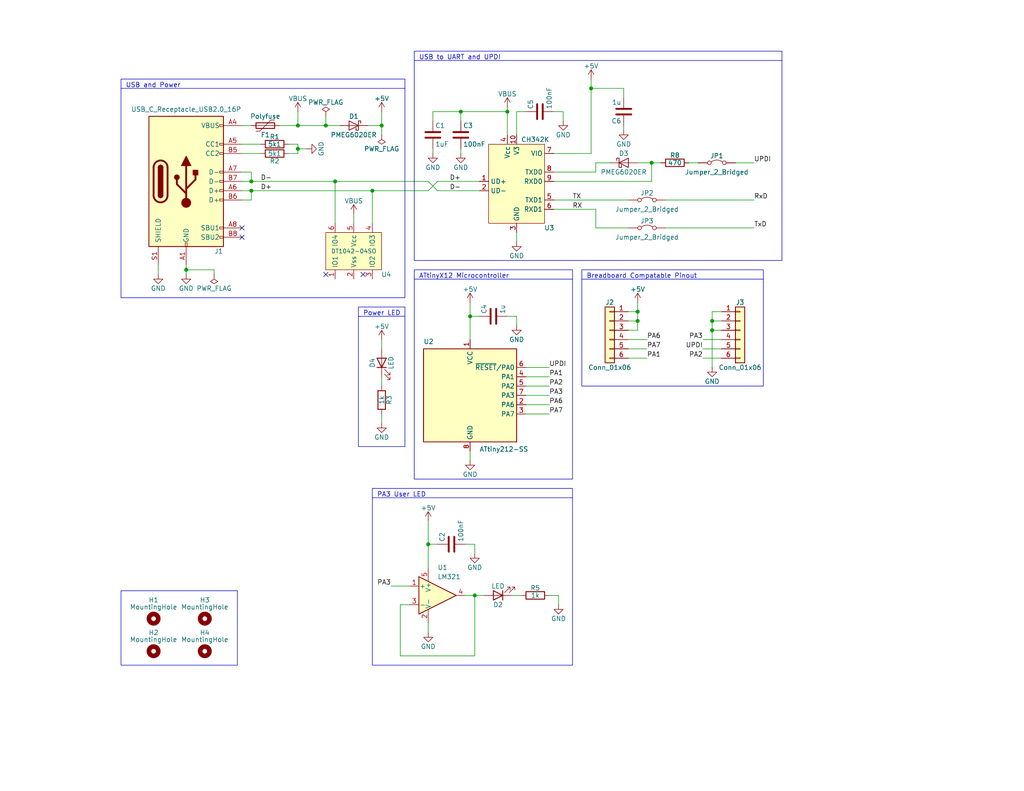
<source format=kicad_sch>
(kicad_sch (version 20231120) (generator "eeschema") (generator_version "8.0")
  (paper "A")
  (title_block (title "ATtinyX12 Development Board") (date "2025-02-08") (company "Perry Leumas"))
  (lib_symbols
    (symbol "+5V_1" (power) (pin_numbers hide) (pin_names (offset 0) hide)
      (property "Value" "+5V" (at 0 3.556 0))
      (symbol "+5V_1_0_1"
        (polyline (pts (xy -0.762 1.27) (xy 0 2.54)))
        (polyline (pts (xy 0 0) (xy 0 2.54)))
        (polyline (pts (xy 0 2.54) (xy 0.762 1.27)))
      )
      (symbol "+5V_1_1_1"
        (pin power_in line (at 0 0 90) (length 0) (name "~") (number "1"))
      )
    )
    (symbol "+5V_2" (power) (pin_numbers hide) (pin_names (offset 0) hide)
      (property "Value" "+5V" (at 0 3.556 0))
      (symbol "+5V_2_0_1"
        (polyline (pts (xy -0.762 1.27) (xy 0 2.54)))
        (polyline (pts (xy 0 0) (xy 0 2.54)))
        (polyline (pts (xy 0 2.54) (xy 0.762 1.27)))
      )
      (symbol "+5V_2_1_1"
        (pin power_in line (at 0 0 90) (length 0) (name "~") (number "1"))
      )
    )
    (symbol "+5V_3" (power) (pin_numbers hide) (pin_names (offset 0) hide)
      (property "Value" "+5V" (at 0 3.556 0))
      (symbol "+5V_3_0_1"
        (polyline (pts (xy -0.762 1.27) (xy 0 2.54)))
        (polyline (pts (xy 0 0) (xy 0 2.54)))
        (polyline (pts (xy 0 2.54) (xy 0.762 1.27)))
      )
      (symbol "+5V_3_1_1"
        (pin power_in line (at 0 0 90) (length 0) (name "~") (number "1"))
      )
    )
    (symbol "+5V_4" (power) (pin_numbers hide) (pin_names (offset 0) hide)
      (property "Value" "+5V" (at 0 3.556 0))
      (symbol "+5V_4_0_1"
        (polyline (pts (xy -0.762 1.27) (xy 0 2.54)))
        (polyline (pts (xy 0 0) (xy 0 2.54)))
        (polyline (pts (xy 0 2.54) (xy 0.762 1.27)))
      )
      (symbol "+5V_4_1_1"
        (pin power_in line (at 0 0 90) (length 0) (name "~") (number "1"))
      )
    )
    (symbol "+5V_5" (power) (pin_numbers hide) (pin_names (offset 0) hide)
      (property "Value" "+5V" (at 0 3.556 0))
      (symbol "+5V_5_0_1"
        (polyline (pts (xy -0.762 1.27) (xy 0 2.54)))
        (polyline (pts (xy 0 0) (xy 0 2.54)))
        (polyline (pts (xy 0 2.54) (xy 0.762 1.27)))
      )
      (symbol "+5V_5_1_1"
        (pin power_in line (at 0 0 90) (length 0) (name "~") (number "1"))
      )
    )
    (symbol "Amplifier_Operational:LM321" (pin_names (offset 0.127))
      (property "Reference" "U" (at 0 7.62 0))
      (property "Value" "LM321" (at 0 5.08 0))
      (symbol "LM321_0_1"
        (polyline (pts (xy -5.08 5.08) (xy 5.08 0) (xy -5.08 -5.08) (xy -5.08 5.08)) (stroke (width 0.254)) (fill (type background)))
      )
      (symbol "LM321_1_1"
        (pin input line (at -7.62 2.54 0) (length 2.54) (name "+") (number "1"))
        (pin power_in line (at -2.54 -7.62 90) (length 3.81) (name "V-") (number "2"))
        (pin input line (at -7.62 -2.54 0) (length 2.54) (name "-") (number "3"))
        (pin output line (at 7.62 0 180) (length 2.54) (name "~") (number "4"))
        (pin power_in line (at -2.54 7.62 270) (length 3.81) (name "V+") (number "5"))
      )
    )
    (symbol "Connector:USB_C_Receptacle_USB2.0_16P" (pin_names (offset 1.016))
      (property "Reference" "J" (at 0 22.225 0))
      (property "Value" "USB_C_Receptacle_USB2.0_16P" (at 0 19.685 0))
      (symbol "USB_C_Receptacle_USB2.0_16P_0_0"
        (rectangle (start -0.254 -17.78) (end 0.254 -16.764))
        (rectangle (start 10.16 -14.986) (end 9.144 -15.494))
        (rectangle (start 10.16 -12.446) (end 9.144 -12.954))
        (rectangle (start 10.16 -4.826) (end 9.144 -5.334))
        (rectangle (start 10.16 -2.286) (end 9.144 -2.794))
        (rectangle (start 10.16 0.254) (end 9.144 -0.254))
        (rectangle (start 10.16 2.794) (end 9.144 2.286))
        (rectangle (start 10.16 7.874) (end 9.144 7.366))
        (rectangle (start 10.16 10.414) (end 9.144 9.906))
        (rectangle (start 10.16 15.494) (end 9.144 14.986))
      )
      (symbol "USB_C_Receptacle_USB2.0_16P_0_1"
        (rectangle (start -10.16 17.78) (end 10.16 -17.78) (stroke (width 0.254)) (fill (type background)))
        (arc (start -8.89 -3.81) (mid -6.985 -5.7067) (end -5.08 -3.81) (stroke (width 0.508)))
        (arc (start -7.62 -3.81) (mid -6.985 -4.4423) (end -6.35 -3.81) (stroke (width 0.254)))
        (arc (start -7.62 -3.81) (mid -6.985 -4.4423) (end -6.35 -3.81) (stroke (width 0.254)) (fill (type outline)))
        (rectangle (start -7.62 -3.81) (end -6.35 3.81) (stroke (width 0.254)) (fill (type outline)))
        (arc (start -6.35 3.81) (mid -6.985 4.4423) (end -7.62 3.81) (stroke (width 0.254)))
        (arc (start -6.35 3.81) (mid -6.985 4.4423) (end -7.62 3.81) (stroke (width 0.254)) (fill (type outline)))
        (arc (start -5.08 3.81) (mid -6.985 5.7067) (end -8.89 3.81) (stroke (width 0.508)))
        (circle (center -2.54 1.143) (radius 0.635) (stroke (width 0.254)) (fill (type outline)))
        (circle (center 0 -5.842) (radius 1.27) (fill (type outline)))
        (polyline (pts (xy -8.89 -3.81) (xy -8.89 3.81)) (stroke (width 0.508)))
        (polyline (pts (xy -5.08 3.81) (xy -5.08 -3.81)) (stroke (width 0.508)))
        (polyline (pts (xy 0 -5.842) (xy 0 4.318)) (stroke (width 0.508)))
        (polyline (pts (xy 0 -3.302) (xy -2.54 -0.762) (xy -2.54 0.508)) (stroke (width 0.508)))
        (polyline (pts (xy 0 -2.032) (xy 2.54 0.508) (xy 2.54 1.778)) (stroke (width 0.508)))
        (polyline (pts (xy -1.27 4.318) (xy 0 6.858) (xy 1.27 4.318) (xy -1.27 4.318)) (stroke (width 0.254)) (fill (type outline)))
        (rectangle (start 1.905 1.778) (end 3.175 3.048) (stroke (width 0.254)) (fill (type outline)))
      )
      (symbol "USB_C_Receptacle_USB2.0_16P_1_1"
        (pin passive line (at 0 -22.86 90) (length 5.08) (name "GND") (number "A1"))
        (pin passive line (at 0 -22.86 90) (length 5.08) hide (name "GND") (number "A12"))
        (pin passive line (at 15.24 15.24 180) (length 5.08) (name "VBUS") (number "A4"))
        (pin bidirectional line (at 15.24 10.16 180) (length 5.08) (name "CC1") (number "A5"))
        (pin bidirectional line (at 15.24 -2.54 180) (length 5.08) (name "D+") (number "A6"))
        (pin bidirectional line (at 15.24 2.54 180) (length 5.08) (name "D-") (number "A7"))
        (pin bidirectional line (at 15.24 -12.7 180) (length 5.08) (name "SBU1") (number "A8"))
        (pin passive line (at 15.24 15.24 180) (length 5.08) hide (name "VBUS") (number "A9"))
        (pin passive line (at 0 -22.86 90) (length 5.08) hide (name "GND") (number "B1"))
        (pin passive line (at 0 -22.86 90) (length 5.08) hide (name "GND") (number "B12"))
        (pin passive line (at 15.24 15.24 180) (length 5.08) hide (name "VBUS") (number "B4"))
        (pin bidirectional line (at 15.24 7.62 180) (length 5.08) (name "CC2") (number "B5"))
        (pin bidirectional line (at 15.24 -5.08 180) (length 5.08) (name "D+") (number "B6"))
        (pin bidirectional line (at 15.24 0 180) (length 5.08) (name "D-") (number "B7"))
        (pin bidirectional line (at 15.24 -15.24 180) (length 5.08) (name "SBU2") (number "B8"))
        (pin passive line (at 15.24 15.24 180) (length 5.08) hide (name "VBUS") (number "B9"))
        (pin passive line (at -7.62 -22.86 90) (length 5.08) (name "SHIELD") (number "S1"))
      )
    )
    (symbol "Connector_Generic:Conn_01x06" (pin_names (offset 1.016) hide)
      (property "Reference" "J" (at 0 7.62 0))
      (property "Value" "Conn_01x06" (at 0 -10.16 0))
      (symbol "Conn_01x06_1_1"
        (rectangle (start -1.27 -7.493) (end 0 -7.747) (stroke (width 0.1524)))
        (rectangle (start -1.27 -4.953) (end 0 -5.207) (stroke (width 0.1524)))
        (rectangle (start -1.27 -2.413) (end 0 -2.667) (stroke (width 0.1524)))
        (rectangle (start -1.27 0.127) (end 0 -0.127) (stroke (width 0.1524)))
        (rectangle (start -1.27 2.667) (end 0 2.413) (stroke (width 0.1524)))
        (rectangle (start -1.27 5.207) (end 0 4.953) (stroke (width 0.1524)))
        (rectangle (start -1.27 6.35) (end 1.27 -8.89) (stroke (width 0.254)) (fill (type background)))
        (pin passive line (at -5.08 5.08 0) (length 3.81) (name "Pin_1") (number "1"))
        (pin passive line (at -5.08 2.54 0) (length 3.81) (name "Pin_2") (number "2"))
        (pin passive line (at -5.08 0 0) (length 3.81) (name "Pin_3") (number "3"))
        (pin passive line (at -5.08 -2.54 0) (length 3.81) (name "Pin_4") (number "4"))
        (pin passive line (at -5.08 -5.08 0) (length 3.81) (name "Pin_5") (number "5"))
        (pin passive line (at -5.08 -7.62 0) (length 3.81) (name "Pin_6") (number "6"))
      )
    )
    (symbol "Device:C" (pin_numbers hide) (pin_names (offset 0.254))
      (property "Reference" "C" (at 0.635 2.54 0))
      (property "Value" "C" (at 0.635 -2.54 0))
      (symbol "C_0_1"
        (polyline (pts (xy -2.032 -0.762) (xy 2.032 -0.762)) (stroke (width 0.508)))
        (polyline (pts (xy -2.032 0.762) (xy 2.032 0.762)) (stroke (width 0.508)))
      )
      (symbol "C_1_1"
        (pin passive line (at 0 3.81 270) (length 2.794) (name "~") (number "1"))
        (pin passive line (at 0 -3.81 90) (length 2.794) (name "~") (number "2"))
      )
    )
    (symbol "Device:LED" (pin_numbers hide) (pin_names (offset 1.016) hide)
      (property "Reference" "D" (at 0 2.54 0))
      (property "Value" "LED" (at 0 -2.54 0))
      (symbol "LED_0_1"
        (polyline (pts (xy -1.27 -1.27) (xy -1.27 1.27)) (stroke (width 0.254)))
        (polyline (pts (xy -1.27 0) (xy 1.27 0)))
        (polyline (pts (xy 1.27 -1.27) (xy 1.27 1.27) (xy -1.27 0) (xy 1.27 -1.27)) (stroke (width 0.254)))
        (polyline (pts (xy -3.048 -0.762) (xy -4.572 -2.286) (xy -3.81 -2.286) (xy -4.572 -2.286) (xy -4.572 -1.524)))
        (polyline (pts (xy -1.778 -0.762) (xy -3.302 -2.286) (xy -2.54 -2.286) (xy -3.302 -2.286) (xy -3.302 -1.524)))
      )
      (symbol "LED_1_1"
        (pin passive line (at -3.81 0 0) (length 2.54) (name "K") (number "1"))
        (pin passive line (at 3.81 0 180) (length 2.54) (name "A") (number "2"))
      )
    )
    (symbol "Device:Polyfuse" (pin_numbers hide) (pin_names (offset 0))
      (property "Reference" "F" (at -2.54 0 90))
      (property "Value" "Polyfuse" (at 2.54 0 90))
      (symbol "Polyfuse_0_1"
        (rectangle (start -0.762 2.54) (end 0.762 -2.54) (stroke (width 0.254)))
        (polyline (pts (xy 0 2.54) (xy 0 -2.54)))
        (polyline (pts (xy -1.524 2.54) (xy -1.524 1.524) (xy 1.524 -1.524) (xy 1.524 -2.54)))
      )
      (symbol "Polyfuse_1_1"
        (pin passive line (at 0 3.81 270) (length 1.27) (name "~") (number "1"))
        (pin passive line (at 0 -3.81 90) (length 1.27) (name "~") (number "2"))
      )
    )
    (symbol "Device:R" (pin_numbers hide) (pin_names (offset 0))
      (property "Reference" "R" (at 2.032 0 90))
      (property "Value" "R" (at 0 0 90))
      (symbol "R_0_1"
        (rectangle (start -1.016 -2.54) (end 1.016 2.54) (stroke (width 0.254)))
      )
      (symbol "R_1_1"
        (pin passive line (at 0 3.81 270) (length 1.27) (name "~") (number "1"))
        (pin passive line (at 0 -3.81 90) (length 1.27) (name "~") (number "2"))
      )
    )
    (symbol "Diode:PMEG6020ER" (pin_numbers hide) (pin_names hide)
      (property "Reference" "D" (at 0 2.54 0))
      (property "Value" "PMEG6020ER" (at 0 -2.54 0))
      (symbol "PMEG6020ER_0_1"
        (polyline (pts (xy 1.27 0) (xy -1.27 0)))
        (polyline (pts (xy 1.27 1.27) (xy 1.27 -1.27) (xy -1.27 0) (xy 1.27 1.27)) (stroke (width 0.2032)))
        (polyline (pts (xy -1.905 0.635) (xy -1.905 1.27) (xy -1.27 1.27) (xy -1.27 -1.27) (xy -0.635 -1.27) (xy -0.635 -0.635)) (stroke (width 0.2032)))
      )
      (symbol "PMEG6020ER_1_1"
        (pin passive line (at -3.81 0 0) (length 2.54) (name "K") (number "1"))
        (pin passive line (at 3.81 0 180) (length 2.54) (name "A") (number "2"))
      )
    )
    (symbol "GND_1" (power) (pin_numbers hide) (pin_names (offset 0) hide)
      (property "Value" "GND" (at 0 -3.81 0))
      (symbol "GND_1_0_1"
        (polyline (pts (xy 0 0) (xy 0 -1.27) (xy 1.27 -1.27) (xy 0 -2.54) (xy -1.27 -1.27) (xy 0 -1.27)))
      )
      (symbol "GND_1_1_1"
        (pin power_in line (at 0 0 270) (length 0) (name "~") (number "1"))
      )
    )
    (symbol "GND_10" (power) (pin_numbers hide) (pin_names (offset 0) hide)
      (property "Value" "GND" (at 0 -3.81 0))
      (symbol "GND_10_0_1"
        (polyline (pts (xy 0 0) (xy 0 -1.27) (xy 1.27 -1.27) (xy 0 -2.54) (xy -1.27 -1.27) (xy 0 -1.27)))
      )
      (symbol "GND_10_1_1"
        (pin power_in line (at 0 0 270) (length 0) (name "~") (number "1"))
      )
    )
    (symbol "GND_11" (power) (pin_numbers hide) (pin_names (offset 0) hide)
      (property "Value" "GND" (at 0 -3.81 0))
      (symbol "GND_11_0_1"
        (polyline (pts (xy 0 0) (xy 0 -1.27) (xy 1.27 -1.27) (xy 0 -2.54) (xy -1.27 -1.27) (xy 0 -1.27)))
      )
      (symbol "GND_11_1_1"
        (pin power_in line (at 0 0 270) (length 0) (name "~") (number "1"))
      )
    )
    (symbol "GND_12" (power) (pin_numbers hide) (pin_names (offset 0) hide)
      (property "Value" "GND" (at 0 -3.81 0))
      (symbol "GND_12_0_1"
        (polyline (pts (xy 0 0) (xy 0 -1.27) (xy 1.27 -1.27) (xy 0 -2.54) (xy -1.27 -1.27) (xy 0 -1.27)))
      )
      (symbol "GND_12_1_1"
        (pin power_in line (at 0 0 270) (length 0) (name "~") (number "1"))
      )
    )
    (symbol "GND_13" (power) (pin_numbers hide) (pin_names (offset 0) hide)
      (property "Value" "GND" (at 0 -3.81 0))
      (symbol "GND_13_0_1"
        (polyline (pts (xy 0 0) (xy 0 -1.27) (xy 1.27 -1.27) (xy 0 -2.54) (xy -1.27 -1.27) (xy 0 -1.27)))
      )
      (symbol "GND_13_1_1"
        (pin power_in line (at 0 0 270) (length 0) (name "~") (number "1"))
      )
    )
    (symbol "GND_15" (power) (pin_numbers hide) (pin_names (offset 0) hide)
      (property "Value" "GND" (at 0 -3.81 0))
      (symbol "GND_15_0_1"
        (polyline (pts (xy 0 0) (xy 0 -1.27) (xy 1.27 -1.27) (xy 0 -2.54) (xy -1.27 -1.27) (xy 0 -1.27)))
      )
      (symbol "GND_15_1_1"
        (pin power_in line (at 0 0 270) (length 0) (name "~") (number "1"))
      )
    )
    (symbol "GND_2" (power) (pin_numbers hide) (pin_names (offset 0) hide)
      (property "Value" "GND" (at 0 -3.81 0))
      (symbol "GND_2_0_1"
        (polyline (pts (xy 0 0) (xy 0 -1.27) (xy 1.27 -1.27) (xy 0 -2.54) (xy -1.27 -1.27) (xy 0 -1.27)))
      )
      (symbol "GND_2_1_1"
        (pin power_in line (at 0 0 270) (length 0) (name "~") (number "1"))
      )
    )
    (symbol "GND_3" (power) (pin_numbers hide) (pin_names (offset 0) hide)
      (property "Value" "GND" (at 0 -3.81 0))
      (symbol "GND_3_0_1"
        (polyline (pts (xy 0 0) (xy 0 -1.27) (xy 1.27 -1.27) (xy 0 -2.54) (xy -1.27 -1.27) (xy 0 -1.27)))
      )
      (symbol "GND_3_1_1"
        (pin power_in line (at 0 0 270) (length 0) (name "~") (number "1"))
      )
    )
    (symbol "GND_4" (power) (pin_numbers hide) (pin_names (offset 0) hide)
      (property "Value" "GND" (at 0 -3.81 0))
      (symbol "GND_4_0_1"
        (polyline (pts (xy 0 0) (xy 0 -1.27) (xy 1.27 -1.27) (xy 0 -2.54) (xy -1.27 -1.27) (xy 0 -1.27)))
      )
      (symbol "GND_4_1_1"
        (pin power_in line (at 0 0 270) (length 0) (name "~") (number "1"))
      )
    )
    (symbol "GND_5" (power) (pin_numbers hide) (pin_names (offset 0) hide)
      (property "Value" "GND" (at 0 -3.81 0))
      (symbol "GND_5_0_1"
        (polyline (pts (xy 0 0) (xy 0 -1.27) (xy 1.27 -1.27) (xy 0 -2.54) (xy -1.27 -1.27) (xy 0 -1.27)))
      )
      (symbol "GND_5_1_1"
        (pin power_in line (at 0 0 270) (length 0) (name "~") (number "1"))
      )
    )
    (symbol "GND_6" (power) (pin_numbers hide) (pin_names (offset 0) hide)
      (property "Value" "GND" (at 0 -3.81 0))
      (symbol "GND_6_0_1"
        (polyline (pts (xy 0 0) (xy 0 -1.27) (xy 1.27 -1.27) (xy 0 -2.54) (xy -1.27 -1.27) (xy 0 -1.27)))
      )
      (symbol "GND_6_1_1"
        (pin power_in line (at 0 0 270) (length 0) (name "~") (number "1"))
      )
    )
    (symbol "GND_7" (power) (pin_numbers hide) (pin_names (offset 0) hide)
      (property "Value" "GND" (at 0 -3.81 0))
      (symbol "GND_7_0_1"
        (polyline (pts (xy 0 0) (xy 0 -1.27) (xy 1.27 -1.27) (xy 0 -2.54) (xy -1.27 -1.27) (xy 0 -1.27)))
      )
      (symbol "GND_7_1_1"
        (pin power_in line (at 0 0 270) (length 0) (name "~") (number "1"))
      )
    )
    (symbol "GND_8" (power) (pin_numbers hide) (pin_names (offset 0) hide)
      (property "Value" "GND" (at 0 -3.81 0))
      (symbol "GND_8_0_1"
        (polyline (pts (xy 0 0) (xy 0 -1.27) (xy 1.27 -1.27) (xy 0 -2.54) (xy -1.27 -1.27) (xy 0 -1.27)))
      )
      (symbol "GND_8_1_1"
        (pin power_in line (at 0 0 270) (length 0) (name "~") (number "1"))
      )
    )
    (symbol "GND_9" (power) (pin_numbers hide) (pin_names (offset 0) hide)
      (property "Value" "GND" (at 0 -3.81 0))
      (symbol "GND_9_0_1"
        (polyline (pts (xy 0 0) (xy 0 -1.27) (xy 1.27 -1.27) (xy 0 -2.54) (xy -1.27 -1.27) (xy 0 -1.27)))
      )
      (symbol "GND_9_1_1"
        (pin power_in line (at 0 0 270) (length 0) (name "~") (number "1"))
      )
    )
    (symbol "Jumper:Jumper_2_Bridged" (pin_numbers hide) (pin_names (offset 0) hide) (exclude_from_sim yes)
      (property "Reference" "JP" (at 0 1.905 0))
      (property "Value" "Jumper_2_Bridged" (at 0 -2.54 0))
      (symbol "Jumper_2_Bridged_0_0"
        (circle (center -2.032 0) (radius 0.508))
        (circle (center 2.032 0) (radius 0.508))
      )
      (symbol "Jumper_2_Bridged_0_1"
        (arc (start 1.524 0.254) (mid 0 0.762) (end -1.524 0.254))
      )
      (symbol "Jumper_2_Bridged_1_1"
        (pin passive line (at -5.08 0 0) (length 2.54) (name "A") (number "1"))
        (pin passive line (at 5.08 0 180) (length 2.54) (name "B") (number "2"))
      )
    )
    (symbol "MCU_Microchip_ATtiny:ATtiny212-SS"
      (property "Reference" "U" (at -12.7 13.97 0))
      (property "Value" "ATtiny212-SS" (at 2.54 -13.97 0))
      (symbol "ATtiny212-SS_0_1"
        (rectangle (start -12.7 -12.7) (end 12.7 12.7) (stroke (width 0.254)) (fill (type background)))
      )
      (symbol "ATtiny212-SS_1_1"
        (pin power_in line (at 0 15.24 270) (length 2.54) (name "VCC") (number "1"))
        (pin bidirectional line (at 15.24 -2.54 180) (length 2.54) (name "PA6") (number "2"))
        (pin bidirectional line (at 15.24 -5.08 180) (length 2.54) (name "PA7") (number "3"))
        (pin bidirectional line (at 15.24 5.08 180) (length 2.54) (name "PA1") (number "4"))
        (pin bidirectional line (at 15.24 2.54 180) (length 2.54) (name "PA2") (number "5"))
        (pin bidirectional line (at 15.24 7.62 180) (length 2.54) (name "~{RESET}/PA0") (number "6"))
        (pin bidirectional line (at 15.24 0 180) (length 2.54) (name "PA3") (number "7"))
        (pin power_in line (at 0 -15.24 90) (length 2.54) (name "GND") (number "8"))
      )
    )
    (symbol "Mechanical:MountingHole" (pin_names (offset 1.016)) (exclude_from_sim yes) (in_bom no)
      (property "Reference" "H" (at 0 5.08 0))
      (property "Value" "MountingHole" (at 0 3.175 0))
      (symbol "MountingHole_0_1"
        (circle (center 0 0) (radius 1.27) (stroke (width 1.27)))
      )
    )
    (symbol "pl_CH342:CH342K"
      (property "Reference" "U" (at 6.35 -20.32 0))
      (property "Value" "CH342K" (at 5.08 3.81 0))
      (symbol "CH342K_1_1"
        (rectangle (start -7.62 2.54) (end 7.62 -19.05) (fill (type background)))
        (pin bidirectional line (at -10.16 -7.62 0) (length 2.54) (name "UD+") (number "1"))
        (pin power_out line (at 0 5.08 270) (length 2.54) (name "V3") (number "10"))
        (pin power_in line (at 0 -21.59 90) (length 2.54) hide (name "GND") (number "11"))
        (pin bidirectional line (at -10.16 -10.16 0) (length 2.54) (name "UD-") (number "2"))
        (pin power_in line (at 0 -21.59 90) (length 2.54) (name "GND") (number "3"))
        (pin power_in line (at -2.54 5.08 270) (length 2.54) (name "Vcc") (number "4"))
        (pin output line (at 10.16 -12.7 180) (length 2.54) (name "TXD1") (number "5"))
        (pin input line (at 10.16 -15.24 180) (length 2.54) (name "RXD1") (number "6"))
        (pin input line (at 10.16 0 180) (length 2.54) (name "VIO") (number "7"))
        (pin output line (at 10.16 -5.08 180) (length 2.54) (name "TXD0") (number "8"))
        (pin input line (at 10.16 -7.62 180) (length 2.54) (name "RXD0") (number "9"))
      )
    )
    (symbol "pl_TVS:DT1042-04SO"
      (property "Reference" "U" (at 8.89 -3.81 0))
      (property "Value" "DT1042-04SO" (at 0 0 0))
      (symbol "DT1042-04SO_1_1"
        (rectangle (start -7.62 5.08) (end 7.62 -5.08) (fill (type background)))
        (pin bidirectional line (at -5.08 -7.62 90) (length 2.54) (name "IO1") (number "1"))
        (pin power_in line (at 0 -7.62 90) (length 2.54) (name "Vss") (number "2"))
        (pin bidirectional line (at 5.08 -7.62 90) (length 2.54) (name "IO2") (number "3"))
        (pin bidirectional line (at 5.08 7.62 270) (length 2.54) (name "IO3") (number "4"))
        (pin power_in line (at 0 7.62 270) (length 2.54) (name "Vcc") (number "5"))
        (pin bidirectional line (at -5.08 7.62 270) (length 2.54) (name "IO4") (number "6"))
      )
    )
    (symbol "power:+5V" (power) (pin_numbers hide) (pin_names (offset 0) hide)
      (property "Value" "+5V" (at 0 3.556 0))
      (symbol "+5V_0_1"
        (polyline (pts (xy -0.762 1.27) (xy 0 2.54)))
        (polyline (pts (xy 0 0) (xy 0 2.54)))
        (polyline (pts (xy 0 2.54) (xy 0.762 1.27)))
      )
      (symbol "+5V_1_1"
        (pin power_in line (at 0 0 90) (length 0) (name "~") (number "1"))
      )
    )
    (symbol "power:PWR_FLAG" (power) (pin_numbers hide) (pin_names (offset 0) hide)
      (property "Value" "PWR_FLAG" (at 0 3.81 0))
      (symbol "PWR_FLAG_0_0"
        (pin power_out line (at 0 0 90) (length 0) (name "~") (number "1"))
      )
      (symbol "PWR_FLAG_0_1"
        (polyline (pts (xy 0 0) (xy 0 1.27) (xy -1.016 1.905) (xy 0 2.54) (xy 1.016 1.905) (xy 0 1.27)))
      )
    )
    (symbol "power:VBUS" (power) (pin_numbers hide) (pin_names (offset 0) hide)
      (property "Value" "VBUS" (at 0 3.556 0))
      (symbol "VBUS_0_1"
        (polyline (pts (xy -0.762 1.27) (xy 0 2.54)))
        (polyline (pts (xy 0 0) (xy 0 2.54)))
        (polyline (pts (xy 0 2.54) (xy 0.762 1.27)))
      )
      (symbol "VBUS_1_1"
        (pin power_in line (at 0 0 90) (length 0) (name "~") (number "1"))
      )
    )
  )
  (junction (at 194.31 90.17))
  (junction (at 173.99 87.63))
  (junction (at 104.14 34.29))
  (junction (at 116.84 148.59))
  (junction (at 161.29 24.13))
  (junction (at 101.6 52.07))
  (junction (at 68.58 52.07))
  (junction (at 129.54 162.56))
  (junction (at 50.8 73.66))
  (junction (at 138.43 30.48))
  (junction (at 194.31 87.63))
  (junction (at 88.9 34.29))
  (junction (at 68.58 49.53))
  (junction (at 91.44 49.53))
  (junction (at 125.73 30.48))
  (junction (at 173.99 85.09))
  (junction (at 81.28 40.64))
  (junction (at 177.8 44.45))
  (junction (at 128.27 86.36))
  (junction (at 81.28 34.29))
  (no_connect (at 88.9 74.93))
  (no_connect (at 99.06 74.93))
  (no_connect (at 66.04 62.23))
  (no_connect (at 66.04 64.77))
  (wire (pts (xy 161.29 24.13) (xy 170.18 24.13)))
  (wire (pts (xy 194.31 85.09) (xy 196.85 85.09)))
  (wire (pts (xy 91.44 49.53) (xy 91.44 60.96)))
  (wire (pts (xy 81.28 34.29) (xy 88.9 34.29)))
  (wire (pts (xy 58.42 74.93) (xy 58.42 73.66)))
  (wire (pts (xy 143.51 102.87) (xy 149.86 102.87)))
  (wire (pts (xy 76.2 34.29) (xy 81.28 34.29)))
  (wire (pts (xy 177.8 44.45) (xy 173.99 44.45)))
  (wire (pts (xy 171.45 87.63) (xy 173.99 87.63)))
  (wire (pts (xy 83.82 40.64) (xy 81.28 40.64)))
  (wire (pts (xy 66.04 46.99) (xy 68.58 46.99)))
  (wire (pts (xy 125.73 40.64) (xy 125.73 41.91)))
  (wire (pts (xy 151.13 57.15) (xy 162.56 57.15)))
  (wire (pts (xy 96.52 58.42) (xy 96.52 60.96)))
  (wire (pts (xy 116.84 52.07) (xy 119.38 49.53)))
  (wire (pts (xy 153.67 33.02) (xy 153.67 30.48)))
  (wire (pts (xy 104.14 113.03) (xy 104.14 115.57)))
  (wire (pts (xy 91.44 49.53) (xy 116.84 49.53)))
  (wire (pts (xy 140.97 30.48) (xy 143.51 30.48)))
  (wire (pts (xy 161.29 41.91) (xy 161.29 24.13)))
  (wire (pts (xy 50.8 73.66) (xy 58.42 73.66)))
  (wire (pts (xy 129.54 179.07) (xy 129.54 162.56)))
  (wire (pts (xy 68.58 52.07) (xy 101.6 52.07)))
  (wire (pts (xy 104.14 34.29) (xy 104.14 36.83)))
  (wire (pts (xy 66.04 41.91) (xy 71.12 41.91)))
  (wire (pts (xy 125.73 30.48) (xy 138.43 30.48)))
  (wire (pts (xy 181.61 54.61) (xy 205.74 54.61)))
  (wire (pts (xy 140.97 86.36) (xy 140.97 88.9)))
  (polyline (pts (xy 113.03 76.2) (xy 156.21 76.2)))
  (wire (pts (xy 106.68 160.02) (xy 111.76 160.02)))
  (wire (pts (xy 191.77 97.79) (xy 196.85 97.79)))
  (wire (pts (xy 143.51 107.95) (xy 149.86 107.95)))
  (wire (pts (xy 151.13 49.53) (xy 177.8 49.53)))
  (wire (pts (xy 173.99 87.63) (xy 173.99 85.09)))
  (polyline (pts (xy 101.6 135.89) (xy 156.21 135.89)))
  (wire (pts (xy 66.04 34.29) (xy 68.58 34.29)))
  (wire (pts (xy 68.58 49.53) (xy 68.58 46.99)))
  (wire (pts (xy 66.04 52.07) (xy 68.58 52.07)))
  (wire (pts (xy 138.43 29.21) (xy 138.43 30.48)))
  (wire (pts (xy 170.18 24.13) (xy 170.18 26.67)))
  (wire (pts (xy 140.97 63.5) (xy 140.97 66.04)))
  (wire (pts (xy 191.77 92.71) (xy 196.85 92.71)))
  (wire (pts (xy 170.18 34.29) (xy 170.18 35.56)))
  (wire (pts (xy 129.54 162.56) (xy 127 162.56)))
  (wire (pts (xy 118.11 40.64) (xy 118.11 41.91)))
  (wire (pts (xy 194.31 87.63) (xy 194.31 85.09)))
  (wire (pts (xy 177.8 49.53) (xy 177.8 44.45)))
  (wire (pts (xy 111.76 165.1) (xy 109.22 165.1)))
  (wire (pts (xy 66.04 54.61) (xy 68.58 54.61)))
  (wire (pts (xy 173.99 90.17) (xy 173.99 87.63)))
  (wire (pts (xy 43.18 72.39) (xy 43.18 74.93)))
  (wire (pts (xy 81.28 40.64) (xy 81.28 39.37)))
  (wire (pts (xy 152.4 162.56) (xy 152.4 165.1)))
  (wire (pts (xy 187.96 44.45) (xy 190.5 44.45)))
  (wire (pts (xy 128.27 123.19) (xy 128.27 125.73)))
  (wire (pts (xy 101.6 52.07) (xy 101.6 60.96)))
  (wire (pts (xy 200.66 44.45) (xy 205.74 44.45)))
  (wire (pts (xy 171.45 97.79) (xy 176.53 97.79)))
  (wire (pts (xy 181.61 62.23) (xy 205.74 62.23)))
  (wire (pts (xy 161.29 21.59) (xy 161.29 24.13)))
  (wire (pts (xy 109.22 165.1) (xy 109.22 179.07)))
  (polyline (pts (xy 33.02 24.13) (xy 110.49 24.13)))
  (wire (pts (xy 116.84 49.53) (xy 119.38 52.07)))
  (wire (pts (xy 81.28 39.37) (xy 78.74 39.37)))
  (wire (pts (xy 68.58 49.53) (xy 91.44 49.53)))
  (wire (pts (xy 149.86 100.33) (xy 143.51 100.33)))
  (polyline (pts (xy 97.79 86.36) (xy 110.49 86.36)))
  (wire (pts (xy 125.73 30.48) (xy 125.73 33.02)))
  (wire (pts (xy 194.31 90.17) (xy 194.31 100.33)))
  (wire (pts (xy 162.56 44.45) (xy 162.56 46.99)))
  (wire (pts (xy 88.9 34.29) (xy 92.71 34.29)))
  (wire (pts (xy 171.45 92.71) (xy 176.53 92.71)))
  (wire (pts (xy 128.27 86.36) (xy 130.81 86.36)))
  (wire (pts (xy 66.04 49.53) (xy 68.58 49.53)))
  (wire (pts (xy 162.56 62.23) (xy 171.45 62.23)))
  (wire (pts (xy 166.37 44.45) (xy 162.56 44.45)))
  (wire (pts (xy 191.77 95.25) (xy 196.85 95.25)))
  (wire (pts (xy 81.28 30.48) (xy 81.28 34.29)))
  (wire (pts (xy 162.56 46.99) (xy 151.13 46.99)))
  (wire (pts (xy 78.74 41.91) (xy 81.28 41.91)))
  (wire (pts (xy 104.14 30.48) (xy 104.14 34.29)))
  (wire (pts (xy 151.13 41.91) (xy 161.29 41.91)))
  (wire (pts (xy 104.14 102.87) (xy 104.14 105.41)))
  (wire (pts (xy 194.31 90.17) (xy 194.31 87.63)))
  (wire (pts (xy 116.84 148.59) (xy 116.84 154.94)))
  (wire (pts (xy 140.97 36.83) (xy 140.97 30.48)))
  (polyline (pts (xy 113.03 16.51) (xy 213.36 16.51)))
  (wire (pts (xy 138.43 30.48) (xy 138.43 36.83)))
  (wire (pts (xy 149.86 162.56) (xy 152.4 162.56)))
  (wire (pts (xy 100.33 34.29) (xy 104.14 34.29)))
  (wire (pts (xy 129.54 151.13) (xy 129.54 148.59)))
  (wire (pts (xy 171.45 85.09) (xy 173.99 85.09)))
  (wire (pts (xy 128.27 82.55) (xy 128.27 86.36)))
  (wire (pts (xy 153.67 30.48) (xy 151.13 30.48)))
  (wire (pts (xy 119.38 148.59) (xy 116.84 148.59)))
  (wire (pts (xy 118.11 30.48) (xy 125.73 30.48)))
  (wire (pts (xy 50.8 72.39) (xy 50.8 73.66)))
  (wire (pts (xy 139.7 162.56) (xy 142.24 162.56)))
  (wire (pts (xy 143.51 110.49) (xy 149.86 110.49)))
  (wire (pts (xy 128.27 86.36) (xy 128.27 92.71)))
  (wire (pts (xy 194.31 87.63) (xy 196.85 87.63)))
  (wire (pts (xy 104.14 92.71) (xy 104.14 95.25)))
  (wire (pts (xy 116.84 170.18) (xy 116.84 172.72)))
  (polyline (pts (xy 158.75 76.2) (xy 208.28 76.2)))
  (wire (pts (xy 171.45 95.25) (xy 176.53 95.25)))
  (wire (pts (xy 68.58 52.07) (xy 68.58 54.61)))
  (wire (pts (xy 143.51 113.03) (xy 149.86 113.03)))
  (wire (pts (xy 196.85 90.17) (xy 194.31 90.17)))
  (wire (pts (xy 129.54 148.59) (xy 127 148.59)))
  (wire (pts (xy 119.38 49.53) (xy 130.81 49.53)))
  (wire (pts (xy 119.38 52.07) (xy 130.81 52.07)))
  (wire (pts (xy 101.6 52.07) (xy 116.84 52.07)))
  (wire (pts (xy 109.22 179.07) (xy 129.54 179.07)))
  (wire (pts (xy 177.8 44.45) (xy 180.34 44.45)))
  (wire (pts (xy 173.99 85.09) (xy 173.99 82.55)))
  (wire (pts (xy 116.84 142.24) (xy 116.84 148.59)))
  (wire (pts (xy 151.13 54.61) (xy 171.45 54.61)))
  (wire (pts (xy 171.45 90.17) (xy 173.99 90.17)))
  (wire (pts (xy 66.04 39.37) (xy 71.12 39.37)))
  (wire (pts (xy 129.54 162.56) (xy 132.08 162.56)))
  (wire (pts (xy 118.11 33.02) (xy 118.11 30.48)))
  (wire (pts (xy 138.43 86.36) (xy 140.97 86.36)))
  (wire (pts (xy 81.28 41.91) (xy 81.28 40.64)))
  (wire (pts (xy 88.9 31.75) (xy 88.9 34.29)))
  (wire (pts (xy 50.8 73.66) (xy 50.8 74.93)))
  (wire (pts (xy 162.56 57.15) (xy 162.56 62.23)))
  (wire (pts (xy 143.51 105.41) (xy 149.86 105.41)))
  (rectangle (start 33.02 161.29) (end 64.77 181.61))
  (rectangle (start 97.79 83.82) (end 110.49 121.92))
  (rectangle (start 158.75 73.66) (end 208.28 105.41))
  (rectangle (start 33.02 21.59) (end 110.49 81.28))
  (rectangle (start 101.6 133.35) (end 156.21 181.61))
  (rectangle (start 113.03 13.97) (end 213.36 71.12))
  (rectangle (start 113.03 73.66) (end 156.21 130.81))
  (text "Power LED" (at 99.06 86.36 0) (effects (font (size 1.27 1.27)) (justify left bottom)))
  (text "ATtinyX12 Microcontroller" (at 114.3 76.2 0) (effects (font (size 1.27 1.27)) (justify left bottom)))
  (text "USB to UART and UPDI" (at 114.3 16.51 0) (effects (font (size 1.27 1.27)) (justify left bottom)))
  (text "Breadboard Compatable Pinout" (at 160.02 76.2 0) (effects (font (size 1.27 1.27)) (justify left bottom)))
  (text "PA3 User LED" (at 102.87 135.89 0) (effects (font (size 1.27 1.27)) (justify left bottom)))
  (text "USB and Power" (at 34.29 24.13 0) (effects (font (size 1.27 1.27)) (justify left bottom)))
  (label "PA2" (at 149.86 105.41 0))
  (label "PA6" (at 149.86 110.49 0))
  (label "UPDI" (at 149.86 100.33 0))
  (label "PA3" (at 106.68 160.02 180))
  (label "D-" (at 71.12 49.53 0))
  (label "D-" (at 125.73 52.07 180))
  (label "PA3" (at 149.86 107.95 0))
  (label "PA2" (at 191.77 97.79 180))
  (label "PA7" (at 149.86 113.03 0))
  (label "TX" (at 156.21 54.61 0))
  (label "PA1" (at 176.53 97.79 0))
  (label "PA6" (at 176.53 92.71 0))
  (label "D+" (at 125.73 49.53 180))
  (label "UPDI" (at 205.74 44.45 0))
  (label "PA1" (at 149.86 102.87 0))
  (label "RxD" (at 205.74 54.61 0))
  (label "TxD" (at 205.74 62.23 0))
  (label "RX" (at 156.21 57.15 0))
  (label "UPDI" (at 191.77 95.25 180))
  (label "PA3" (at 191.77 92.71 180))
  (label "PA7" (at 176.53 95.25 0))
  (label "D+" (at 71.12 52.07 0))
  (symbol (lib_name "GND_10") (lib_id "power:GND") (at 129.54 151.13 0) (unit 1)
    (property "Reference" "#PWR012" (effects (hide yes)))
    (property "Value" "GND" (at 129.54 154.94 0))
    (property "Description" "Power symbol creates a global label with name \"GND\" , ground" (effects (hide yes)))
  )
  (symbol (lib_id "pl_CH342:CH342K") (at 140.97 41.91 0) (unit 1)
    (property "Reference" "U3" (at 149.86 62.23 0))
    (property "Value" "CH342K" (at 146.05 38.1 0))
    (property "Footprint" "Package_SO:SSOP-10-1EP_3.9x4.9mm_P1mm_EP2.1x3.3mm" (effects (hide yes)))
  )
  (symbol (lib_name "GND_9") (lib_id "power:GND") (at 116.84 172.72 0) (unit 1)
    (property "Reference" "#PWR07" (effects (hide yes)))
    (property "Value" "GND" (at 116.84 176.53 0))
    (property "Description" "Power symbol creates a global label with name \"GND\" , ground" (effects (hide yes)))
  )
  (symbol (lib_id "Device:R") (at 184.15 44.45 90) (unit 1)
    (property "Reference" "R8" (at 184.15 42.418 90))
    (property "Value" "470" (at 184.15 44.45 90))
    (property "Footprint" "Resistor_SMD:R_0805_2012Metric" (effects (hide yes)))
    (property "Description" "Resistor" (effects (hide yes)))
  )
  (symbol (lib_name "GND_15") (lib_id "power:GND") (at 140.97 88.9 0) (unit 1)
    (property "Reference" "#PWR013" (effects (hide yes)))
    (property "Value" "GND" (at 140.97 92.71 0))
    (property "Description" "Power symbol creates a global label with name \"GND\" , ground" (effects (hide yes)))
  )
  (symbol (lib_id "pl_TVS:DT1042-04SO") (at 96.52 68.58 0) (unit 1)
    (property "Reference" "U4" (at 105.41 74.93 0))
    (property "Value" "DT1042-04SO" (at 96.52 68.58 0) (effects (font (size 1.143 1.143))))
    (property "Footprint" "Package_TO_SOT_SMD:SOT-23-6" (effects (hide yes)))
  )
  (symbol (lib_id "Amplifier_Operational:LM321") (at 119.38 162.56 0) (unit 1)
    (property "Reference" "U1" (at 119.38 154.94 0) (effects (justify left)))
    (property "Value" "LM321" (at 119.38 157.48 0) (effects (justify left)))
    (property "Footprint" "Package_TO_SOT_SMD:SOT-23-5" (effects (hide yes)))
    (property "Datasheet" "http://www.ti.com/lit/ds/symlink/lm321.pdf" (effects (hide yes)))
    (property "Description" "Low Power Single Operational Amplifier, SOT-23-5" (effects (hide yes)))
  )
  (symbol (lib_id "power:PWR_FLAG") (at 88.9 31.75 0) (unit 1)
    (property "Reference" "#FLG01" (effects (hide yes)))
    (property "Value" "PWR_FLAG" (at 88.9 27.94 0))
    (property "Description" "Special symbol for telling ERC where power comes from" (effects (hide yes)))
  )
  (symbol (lib_id "Device:C") (at 147.32 30.48 90) (unit 1)
    (property "Reference" "C5" (at 144.78 29.845 0) (effects (justify left)))
    (property "Value" "100nF" (at 149.86 29.845 0) (effects (justify left)))
    (property "Footprint" "Capacitor_SMD:C_0603_1608Metric" (effects (hide yes)))
    (property "Description" "Unpolarized capacitor" (effects (hide yes)))
  )
  (symbol (lib_id "power:VBUS") (at 96.52 58.42 0) (unit 1)
    (property "Reference" "#PWR01" (effects (hide yes)))
    (property "Value" "VBUS" (at 96.52 54.864 0))
    (property "Description" "Power symbol creates a global label with name \"VBUS\"" (effects (hide yes)))
  )
  (symbol (lib_id "Jumper:Jumper_2_Bridged") (at 195.58 44.45 0) (unit 1) (exclude_from_sim yes)
    (property "Reference" "JP1" (at 195.58 42.545 0))
    (property "Value" "Jumper_2_Bridged" (at 195.58 46.99 0))
    (property "Footprint" "Jumper:SolderJumper-2_P1.3mm_Bridged_RoundedPad1.0x1.5mm" (effects (hide yes)))
    (property "Description" "Jumper, 2-pole, closed/bridged" (effects (hide yes)))
  )
  (symbol (lib_name "GND_11") (lib_id "power:GND") (at 104.14 115.57 0) (unit 1)
    (property "Reference" "#PWR010" (effects (hide yes)))
    (property "Value" "GND" (at 104.14 119.38 0))
    (property "Description" "Power symbol creates a global label with name \"GND\" , ground" (effects (hide yes)))
  )
  (symbol (lib_name "GND_7") (lib_id "power:GND") (at 83.82 40.64 90) (unit 1)
    (property "Reference" "#PWR04" (effects (hide yes)))
    (property "Value" "GND" (at 87.63 40.64 0))
    (property "Description" "Power symbol creates a global label with name \"GND\" , ground" (effects (hide yes)))
  )
  (symbol (lib_id "power:VBUS") (at 138.43 29.21 0) (unit 1)
    (property "Reference" "#PWR03" (effects (hide yes)))
    (property "Value" "VBUS" (at 138.43 25.654 0))
    (property "Description" "Power symbol creates a global label with name \"VBUS\"" (effects (hide yes)))
  )
  (symbol (lib_name "GND_12") (lib_id "power:GND") (at 43.18 74.93 0) (unit 1)
    (property "Reference" "#PWR05" (effects (hide yes)))
    (property "Value" "GND" (at 43.18 78.74 0))
    (property "Description" "Power symbol creates a global label with name \"GND\" , ground" (effects (hide yes)))
  )
  (symbol (lib_name "GND_8") (lib_id "power:GND") (at 194.31 100.33 0) (unit 1)
    (property "Reference" "#PWR020" (effects (hide yes)))
    (property "Value" "GND" (at 194.31 104.14 0))
    (property "Description" "Power symbol creates a global label with name \"GND\" , ground" (effects (hide yes)))
  )
  (symbol (lib_id "Connector_Generic:Conn_01x06") (at 166.37 90.17 0) (mirror y) (unit 1)
    (property "Reference" "J2" (at 166.37 82.55 0))
    (property "Value" "Conn_01x06" (at 166.37 100.33 0))
    (property "Footprint" "Connector_PinHeader_2.54mm:PinHeader_1x06_P2.54mm_Vertical" (effects (hide yes)))
    (property "Description" "Generic connector, single row, 01x06, script generated (kicad-library-utils/schlib/autogen/connector/)" (effects (hide yes)))
  )
  (symbol (lib_name "GND_5") (lib_id "power:GND") (at 125.73 41.91 0) (unit 1)
    (property "Reference" "#PWR09" (effects (hide yes)))
    (property "Value" "GND" (at 125.73 45.72 0))
    (property "Description" "Power symbol creates a global label with name \"GND\" , ground" (effects (hide yes)))
  )
  (symbol (lib_name "GND_3") (lib_id "power:GND") (at 153.67 33.02 0) (unit 1)
    (property "Reference" "#PWR017" (effects (hide yes)))
    (property "Value" "GND" (at 153.67 36.83 0))
    (property "Description" "Power symbol creates a global label with name \"GND\" , ground" (effects (hide yes)))
  )
  (symbol (lib_id "Connector_Generic:Conn_01x06") (at 201.93 90.17 0) (unit 1)
    (property "Reference" "J3" (at 201.93 82.55 0))
    (property "Value" "Conn_01x06" (at 201.93 100.33 0))
    (property "Footprint" "Connector_PinHeader_2.54mm:PinHeader_1x06_P2.54mm_Vertical" (effects (hide yes)))
    (property "Description" "Generic connector, single row, 01x06, script generated (kicad-library-utils/schlib/autogen/connector/)" (effects (hide yes)))
  )
  (symbol (lib_name "GND_4") (lib_id "power:GND") (at 118.11 41.91 0) (unit 1)
    (property "Reference" "#PWR08" (effects (hide yes)))
    (property "Value" "GND" (at 118.11 45.72 0))
    (property "Description" "Power symbol creates a global label with name \"GND\" , ground" (effects (hide yes)))
  )
  (symbol (lib_id "Mechanical:MountingHole") (at 41.91 168.91 0) (unit 1) (exclude_from_sim yes) (in_bom no)
    (property "Reference" "H1" (at 41.91 163.83 0))
    (property "Value" "MountingHole" (at 41.91 165.735 0))
    (property "Footprint" "MountingHole:MountingHole_2.7mm_M2.5" (effects (hide yes)))
    (property "Description" "Mounting Hole without connection" (effects (hide yes)))
  )
  (symbol (lib_id "Device:C") (at 118.11 36.83 0) (unit 1)
    (property "Reference" "C1" (at 118.745 34.29 0) (effects (justify left)))
    (property "Value" "1uF" (at 118.745 39.37 0) (effects (justify left)))
    (property "Footprint" "Capacitor_SMD:C_0603_1608Metric" (effects (hide yes)))
    (property "Description" "Unpolarized capacitor" (effects (hide yes)))
  )
  (symbol (lib_id "Device:R") (at 104.14 109.22 0) (unit 1)
    (property "Reference" "R3" (at 106.172 109.22 90))
    (property "Value" "1k" (at 104.14 109.22 90))
    (property "Footprint" "Resistor_SMD:R_0603_1608Metric" (effects (hide yes)))
  )
  (symbol (lib_name "+5V_4") (lib_id "power:+5V") (at 173.99 82.55 0) (unit 1)
    (property "Reference" "#PWR023" (effects (hide yes)))
    (property "Value" "+5V" (at 173.99 78.994 0))
    (property "Description" "Power symbol creates a global label with name \"+5V\"" (effects (hide yes)))
  )
  (symbol (lib_name "GND_13") (lib_id "power:GND") (at 128.27 125.73 0) (unit 1)
    (property "Reference" "#PWR011" (effects (hide yes)))
    (property "Value" "GND" (at 128.27 129.54 0))
    (property "Description" "Power symbol creates a global label with name \"GND\" , ground" (effects (hide yes)))
  )
  (symbol (lib_name "+5V_2") (lib_id "power:+5V") (at 116.84 142.24 0) (unit 1)
    (property "Reference" "#PWR06" (effects (hide yes)))
    (property "Value" "+5V" (at 116.84 138.684 0))
    (property "Description" "Power symbol creates a global label with name \"+5V\"" (effects (hide yes)))
  )
  (symbol (lib_id "Diode:PMEG6020ER") (at 170.18 44.45 0) (unit 1)
    (property "Reference" "D3" (at 170.18 41.91 0))
    (property "Value" "PMEG6020ER" (at 170.18 46.99 0))
    (property "Footprint" "Diode_SMD:Nexperia_CFP3_SOD-123W" (effects (hide yes)))
    (property "Datasheet" "https://assets.nexperia.com/documents/data-sheet/PMEG6020ER.pdf" (effects (hide yes)))
    (property "Description" "60V, 2A low Vf MEGA Schottky barrier rectifier, SOD-123W" (effects (hide yes)))
  )
  (symbol (lib_id "MCU_Microchip_ATtiny:ATtiny212-SS") (at 128.27 107.95 0) (unit 1)
    (property "Reference" "U2" (at 115.57 93.98 0) (effects (justify left bottom)))
    (property "Value" "ATtiny212-SS" (at 130.81 121.92 0) (effects (justify left top)))
    (property "Footprint" "Package_SO:SOIC-8_3.9x4.9mm_P1.27mm" (effects (hide yes)))
    (property "Datasheet" "http://ww1.microchip.com/downloads/en/DeviceDoc/40001911A.pdf" (effects (hide yes)))
  )
  (symbol (lib_id "Device:C") (at 134.62 86.36 90) (unit 1)
    (property "Reference" "C4" (at 132.08 85.725 0) (effects (justify left)))
    (property "Value" "1u" (at 137.16 85.725 0) (effects (justify left)))
    (property "Footprint" "Capacitor_SMD:C_0603_1608Metric" (effects (hide yes)))
  )
  (symbol (lib_name "+5V_5") (lib_id "power:+5V") (at 104.14 30.48 0) (unit 1)
    (property "Reference" "#PWR022" (effects (hide yes)))
    (property "Value" "+5V" (at 104.14 26.924 0))
    (property "Description" "Power symbol creates a global label with name \"+5V\"" (effects (hide yes)))
  )
  (symbol (lib_id "Mechanical:MountingHole") (at 55.88 177.8 0) (unit 1) (exclude_from_sim yes) (in_bom no)
    (property "Reference" "H4" (at 55.88 172.72 0))
    (property "Value" "MountingHole" (at 55.88 174.625 0))
    (property "Footprint" "MountingHole:MountingHole_2.7mm_M2.5" (effects (hide yes)))
    (property "Description" "Mounting Hole without connection" (effects (hide yes)))
  )
  (symbol (lib_name "+5V_3") (lib_id "power:+5V") (at 128.27 82.55 0) (unit 1)
    (property "Reference" "#PWR015" (effects (hide yes)))
    (property "Value" "+5V" (at 128.27 78.994 0))
    (property "Description" "Power symbol creates a global label with name \"+5V\"" (effects (hide yes)))
  )
  (symbol (lib_id "Jumper:Jumper_2_Bridged") (at 176.53 62.23 0) (unit 1) (exclude_from_sim yes)
    (property "Reference" "JP3" (at 176.53 60.325 0))
    (property "Value" "Jumper_2_Bridged" (at 176.53 64.77 0))
    (property "Footprint" "Jumper:SolderJumper-2_P1.3mm_Bridged_RoundedPad1.0x1.5mm" (effects (hide yes)))
    (property "Description" "Jumper, 2-pole, closed/bridged" (effects (hide yes)))
  )
  (symbol (lib_id "Device:C") (at 125.73 36.83 0) (unit 1)
    (property "Reference" "C3" (at 126.365 34.29 0) (effects (justify left)))
    (property "Value" "100nF" (at 126.365 39.37 0) (effects (justify left)))
    (property "Footprint" "Capacitor_SMD:C_0603_1608Metric" (effects (hide yes)))
    (property "Description" "Unpolarized capacitor" (effects (hide yes)))
  )
  (symbol (lib_id "Device:Polyfuse") (at 72.39 34.29 90) (unit 1)
    (property "Reference" "F1" (at 72.39 36.83 90))
    (property "Value" "Polyfuse" (at 72.39 31.75 90))
    (property "Footprint" "Fuse:Fuse_0805_2012Metric" (effects (hide yes)))
    (property "Description" "Resettable fuse, polymeric positive temperature coefficient" (effects (hide yes)))
  )
  (symbol (lib_id "power:PWR_FLAG") (at 58.42 74.93 180) (unit 1)
    (property "Reference" "#FLG03" (effects (hide yes)))
    (property "Value" "PWR_FLAG" (at 58.42 78.74 0))
    (property "Description" "Special symbol for telling ERC where power comes from" (effects (hide yes)))
  )
  (symbol (lib_name "GND_6") (lib_id "power:GND") (at 140.97 66.04 0) (unit 1)
    (property "Reference" "#PWR014" (effects (hide yes)))
    (property "Value" "GND" (at 140.97 69.85 0))
    (property "Description" "Power symbol creates a global label with name \"GND\" , ground" (effects (hide yes)))
  )
  (symbol (lib_id "Device:C") (at 123.19 148.59 90) (unit 1)
    (property "Reference" "C2" (at 120.65 147.955 0) (effects (justify left)))
    (property "Value" "100nF" (at 125.73 147.955 0) (effects (justify left)))
    (property "Footprint" "Capacitor_SMD:C_0603_1608Metric" (effects (hide yes)))
    (property "Description" "Unpolarized capacitor" (effects (hide yes)))
  )
  (symbol (lib_name "GND_2") (lib_id "power:GND") (at 170.18 35.56 0) (unit 1)
    (property "Reference" "#PWR019" (effects (hide yes)))
    (property "Value" "GND" (at 170.18 39.37 0))
    (property "Description" "Power symbol creates a global label with name \"GND\" , ground" (effects (hide yes)))
  )
  (symbol (lib_id "Device:C") (at 170.18 30.48 180) (unit 1)
    (property "Reference" "C6" (at 169.545 33.02 0) (effects (justify left)))
    (property "Value" "1u" (at 169.545 27.94 0) (effects (justify left)))
    (property "Footprint" "Capacitor_SMD:C_0603_1608Metric" (effects (hide yes)))
  )
  (symbol (lib_name "GND_1") (lib_id "power:GND") (at 50.8 74.93 0) (unit 1)
    (property "Reference" "#PWR02" (effects (hide yes)))
    (property "Value" "GND" (at 50.8 78.74 0))
    (property "Description" "Power symbol creates a global label with name \"GND\" , ground" (effects (hide yes)))
  )
  (symbol (lib_id "Device:LED") (at 135.89 162.56 180) (unit 1)
    (property "Reference" "D2" (at 135.89 165.1 0))
    (property "Value" "LED" (at 135.89 160.02 0))
    (property "Footprint" "LED_SMD:LED_0603_1608Metric" (effects (hide yes)))
  )
  (symbol (lib_id "power:+5V") (at 104.14 92.71 0) (unit 1)
    (property "Reference" "#PWR021" (effects (hide yes)))
    (property "Value" "+5V" (at 104.14 89.154 0))
    (property "Description" "Power symbol creates a global label with name \"+5V\"" (effects (hide yes)))
  )
  (symbol (lib_id "Mechanical:MountingHole") (at 41.91 177.8 0) (unit 1) (exclude_from_sim yes) (in_bom no)
    (property "Reference" "H2" (at 41.91 172.72 0))
    (property "Value" "MountingHole" (at 41.91 174.625 0))
    (property "Footprint" "MountingHole:MountingHole_2.7mm_M2.5" (effects (hide yes)))
    (property "Description" "Mounting Hole without connection" (effects (hide yes)))
  )
  (symbol (lib_name "GND_11") (lib_id "power:GND") (at 152.4 165.1 0) (unit 1)
    (property "Reference" "#PWR016" (effects (hide yes)))
    (property "Value" "GND" (at 152.4 168.91 0))
    (property "Description" "Power symbol creates a global label with name \"GND\" , ground" (effects (hide yes)))
  )
  (symbol (lib_id "Device:R") (at 74.93 39.37 90) (unit 1)
    (property "Reference" "R1" (at 74.93 37.338 90))
    (property "Value" "5k1" (at 74.93 39.37 90))
    (property "Footprint" "Resistor_SMD:R_0603_1608Metric" (effects (hide yes)))
    (property "Description" "Resistor" (effects (hide yes)))
  )
  (symbol (lib_id "Device:R") (at 146.05 162.56 90) (unit 1)
    (property "Reference" "R5" (at 146.05 160.528 90))
    (property "Value" "1k" (at 146.05 162.56 90))
    (property "Footprint" "Resistor_SMD:R_0603_1608Metric" (effects (hide yes)))
  )
  (symbol (lib_id "Diode:PMEG6020ER") (at 96.52 34.29 0) (mirror y) (unit 1)
    (property "Reference" "D1" (at 96.52 31.75 0))
    (property "Value" "PMEG6020ER" (at 96.52 36.83 0))
    (property "Footprint" "Diode_SMD:Nexperia_CFP3_SOD-123W" (effects (hide yes)))
    (property "Datasheet" "https://assets.nexperia.com/documents/data-sheet/PMEG6020ER.pdf" (effects (hide yes)))
    (property "Description" "60V, 2A low Vf MEGA Schottky barrier rectifier, SOD-123W" (effects (hide yes)))
  )
  (symbol (lib_id "Connector:USB_C_Receptacle_USB2.0_16P") (at 50.8 49.53 0) (unit 1)
    (property "Reference" "J1" (at 59.69 68.58 0))
    (property "Value" "USB_C_Receptacle_USB2.0_16P" (at 50.8 29.845 0))
    (property "Footprint" "Connector_USB:USB_C_Receptacle_G-Switch_GT-USB-7010ASV" (effects (hide yes)))
    (property "Datasheet" "https://www.usb.org/sites/default/files/documents/usb_type-c.zip" (effects (hide yes)))
    (property "Description" "USB 2.0-only 16P Type-C Receptacle connector" (effects (hide yes)))
  )
  (symbol (lib_id "Mechanical:MountingHole") (at 55.88 168.91 0) (unit 1) (exclude_from_sim yes) (in_bom no)
    (property "Reference" "H3" (at 55.88 163.83 0))
    (property "Value" "MountingHole" (at 55.88 165.735 0))
    (property "Footprint" "MountingHole:MountingHole_2.7mm_M2.5" (effects (hide yes)))
    (property "Description" "Mounting Hole without connection" (effects (hide yes)))
  )
  (symbol (lib_id "Device:LED") (at 104.14 99.06 90) (unit 1)
    (property "Reference" "D4" (at 101.6 99.06 0))
    (property "Value" "LED" (at 106.68 99.06 0))
    (property "Footprint" "LED_SMD:LED_0603_1608Metric" (effects (hide yes)))
  )
  (symbol (lib_name "+5V_1") (lib_id "power:+5V") (at 161.29 21.59 0) (unit 1)
    (property "Reference" "#PWR018" (effects (hide yes)))
    (property "Value" "+5V" (at 161.29 18.034 0))
    (property "Description" "Power symbol creates a global label with name \"+5V\"" (effects (hide yes)))
  )
  (symbol (lib_id "power:VBUS") (at 81.28 30.48 0) (unit 1)
    (property "Reference" "#PWR024" (effects (hide yes)))
    (property "Value" "VBUS" (at 81.28 26.924 0))
    (property "Description" "Power symbol creates a global label with name \"VBUS\"" (effects (hide yes)))
  )
  (symbol (lib_id "Jumper:Jumper_2_Bridged") (at 176.53 54.61 0) (unit 1) (exclude_from_sim yes)
    (property "Reference" "JP2" (at 176.53 52.705 0))
    (property "Value" "Jumper_2_Bridged" (at 176.53 57.15 0))
    (property "Footprint" "Jumper:SolderJumper-2_P1.3mm_Bridged_RoundedPad1.0x1.5mm" (effects (hide yes)))
    (property "Description" "Jumper, 2-pole, closed/bridged" (effects (hide yes)))
  )
  (symbol (lib_id "power:PWR_FLAG") (at 104.14 36.83 180) (unit 1)
    (property "Reference" "#FLG02" (effects (hide yes)))
    (property "Value" "PWR_FLAG" (at 104.14 40.64 0))
    (property "Description" "Special symbol for telling ERC where power comes from" (effects (hide yes)))
  )
  (symbol (lib_id "Device:R") (at 74.93 41.91 90) (mirror x) (unit 1)
    (property "Reference" "R2" (at 74.93 43.942 90))
    (property "Value" "5k1" (at 74.93 41.91 90))
    (property "Footprint" "Resistor_SMD:R_0603_1608Metric" (effects (hide yes)))
    (property "Description" "Resistor" (effects (hide yes)))
  )
)
</source>
